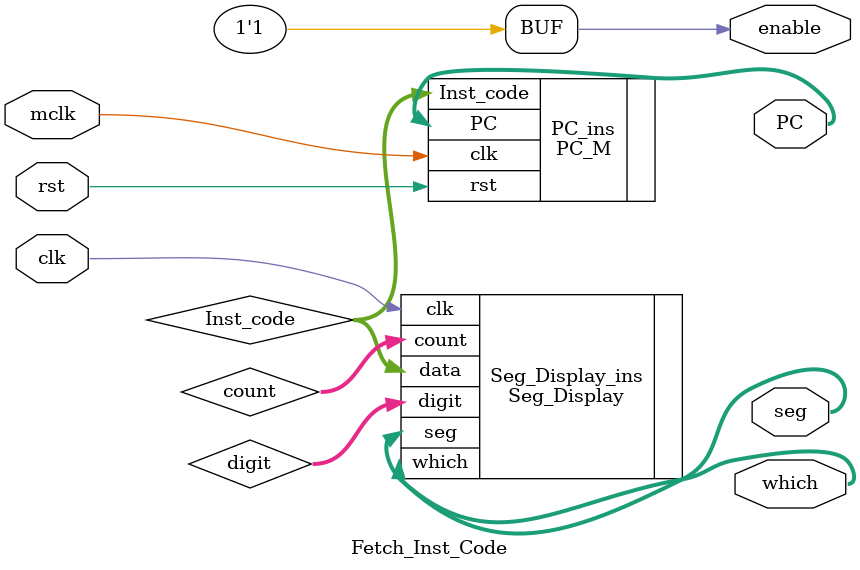
<source format=v>
`timescale 1ns / 1ps


module Fetch_Inst_Code(
    input clk,rst,
    input mclk,
    output wire [31:0] PC,
    output wire [2:0] which,// Æ¬Ñ¡±àÂë£¨Çý¶¯ÄÄÒ»Î»ÊýÂë¹Ü£©£¬µÍµçÆ½ÓÐÐ§
    output wire [7:0] seg, // ¶ÎÑ¡ÐÅºÅ£¨µãÁÁÄÄÐ©±Ê»®£©£¬µÍµçÆ½ÓÐÐ§
    output reg enable   //Ä¬ÈÏ¿ªÆôÊýÂë¹Ü
); 
    wire [3:0]digit;
//    wire [31:0]PC_new;
    wire [2:0]count; // 2:0 sim 14:0 board
    wire [31:0] Inst_code;
    initial enable =1;
    
    PC_M PC_ins(
    .clk(mclk),
    .rst(rst),
    .Inst_code(Inst_code),
    .PC(PC)
    );
    
    Seg_Display Seg_Display_ins(
    .clk(clk),
    .data(Inst_code), // ¸ù¾Ý°´¼üÑ¡ÔñÏÔÊ¾µÄÊý¾Ý
    .which(which),
    .seg(seg),
    .count(count),
    .digit(digit)
    );

//always @(posedge clk or posedge rst) begin
//    if(rst) begin
//       Inst_code <= 32'h0000_0000;  // Ã÷È·¸³ÖµÎªÈ«0
//    end else begin
    
//    end
  
//end
    
endmodule

</source>
